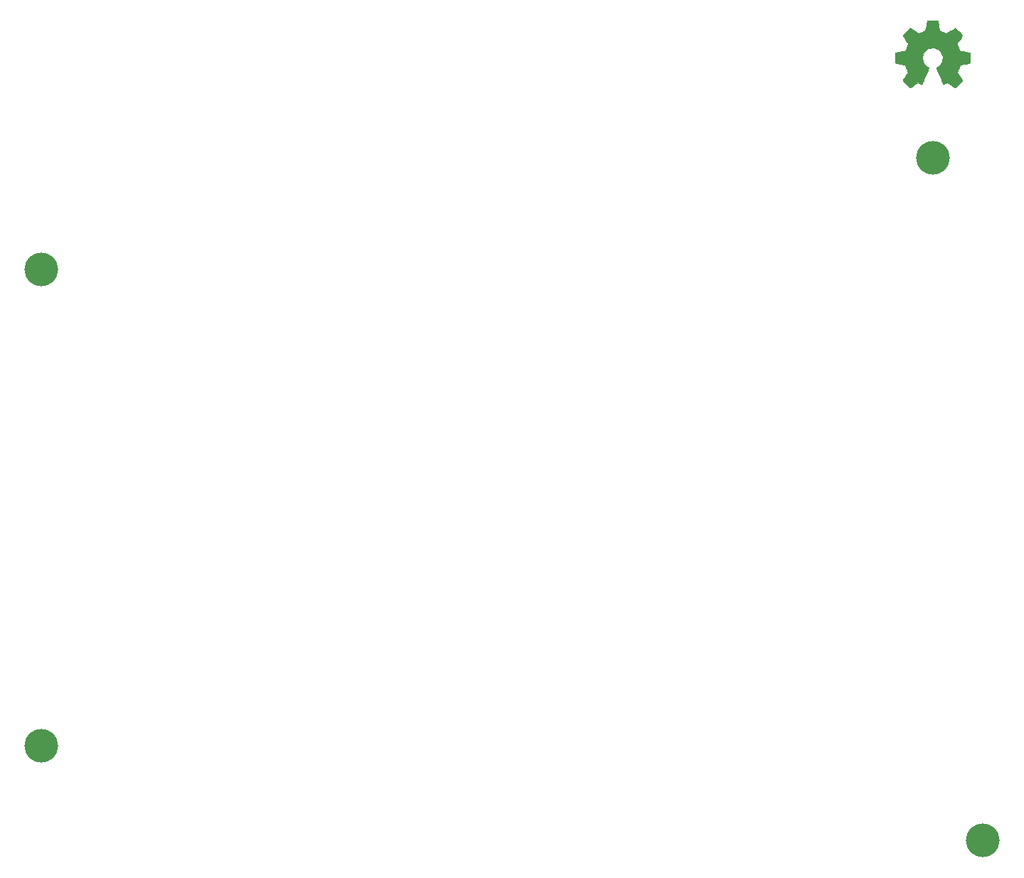
<source format=gbs>
G04 #@! TF.GenerationSoftware,KiCad,Pcbnew,(5.1.5)-3*
G04 #@! TF.CreationDate,2020-05-15T01:34:05+04:00*
G04 #@! TF.ProjectId,redox_rev2_ng-TOP,7265646f-785f-4726-9576-325f6e672d54,2.0 NG*
G04 #@! TF.SameCoordinates,Original*
G04 #@! TF.FileFunction,Soldermask,Bot*
G04 #@! TF.FilePolarity,Negative*
%FSLAX46Y46*%
G04 Gerber Fmt 4.6, Leading zero omitted, Abs format (unit mm)*
G04 Created by KiCad (PCBNEW (5.1.5)-3) date 2020-05-15 01:34:05*
%MOMM*%
%LPD*%
G04 APERTURE LIST*
%ADD10C,0.010000*%
%ADD11C,4.000000*%
G04 APERTURE END LIST*
D10*
G36*
X207553464Y-46000427D02*
G01*
X207440882Y-46597618D01*
X207025469Y-46768865D01*
X206610055Y-46940112D01*
X206111698Y-46601233D01*
X205972131Y-46506877D01*
X205845971Y-46422630D01*
X205739104Y-46352338D01*
X205657417Y-46299847D01*
X205606798Y-46269004D01*
X205593013Y-46262353D01*
X205568179Y-46279458D01*
X205515111Y-46326744D01*
X205439759Y-46398172D01*
X205348070Y-46487700D01*
X205245992Y-46589289D01*
X205139473Y-46696898D01*
X205034463Y-46804487D01*
X204936908Y-46906015D01*
X204852757Y-46995441D01*
X204787959Y-47066726D01*
X204748462Y-47113828D01*
X204739019Y-47129592D01*
X204752608Y-47158653D01*
X204790706Y-47222321D01*
X204849306Y-47314367D01*
X204924402Y-47428564D01*
X205011991Y-47558684D01*
X205062745Y-47632901D01*
X205155254Y-47768422D01*
X205237459Y-47890716D01*
X205305369Y-47993695D01*
X205354999Y-48071273D01*
X205382359Y-48117361D01*
X205386470Y-48127047D01*
X205377150Y-48154574D01*
X205351745Y-48218728D01*
X205314088Y-48310490D01*
X205268013Y-48420839D01*
X205217353Y-48540755D01*
X205165940Y-48661219D01*
X205117610Y-48773209D01*
X205076193Y-48867707D01*
X205045525Y-48935692D01*
X205029438Y-48968143D01*
X205028488Y-48969420D01*
X205003227Y-48975617D01*
X204935954Y-48989440D01*
X204833639Y-49009532D01*
X204703258Y-49034534D01*
X204551783Y-49063086D01*
X204463406Y-49079551D01*
X204301547Y-49110369D01*
X204155350Y-49139694D01*
X204032212Y-49165921D01*
X203939530Y-49187446D01*
X203884698Y-49202665D01*
X203873676Y-49207493D01*
X203862881Y-49240174D01*
X203854170Y-49313985D01*
X203847539Y-49420292D01*
X203842981Y-49550467D01*
X203840490Y-49695876D01*
X203840061Y-49847890D01*
X203841688Y-49997877D01*
X203845364Y-50137206D01*
X203851084Y-50257245D01*
X203858842Y-50349365D01*
X203868631Y-50404932D01*
X203874503Y-50416500D01*
X203909600Y-50430365D01*
X203983971Y-50450188D01*
X204087776Y-50473639D01*
X204211180Y-50498391D01*
X204254258Y-50506398D01*
X204461952Y-50544441D01*
X204626015Y-50575079D01*
X204751869Y-50599529D01*
X204844934Y-50619009D01*
X204910632Y-50634736D01*
X204954382Y-50647928D01*
X204981607Y-50659804D01*
X204997727Y-50671580D01*
X204999982Y-50673908D01*
X205022496Y-50711400D01*
X205056841Y-50784365D01*
X205099588Y-50883867D01*
X205147307Y-51000973D01*
X205196569Y-51126748D01*
X205243944Y-51252257D01*
X205286004Y-51368565D01*
X205319319Y-51466739D01*
X205340458Y-51537843D01*
X205345994Y-51572942D01*
X205345533Y-51574172D01*
X205326776Y-51602861D01*
X205284223Y-51665985D01*
X205222346Y-51756973D01*
X205145617Y-51869255D01*
X205058508Y-51996260D01*
X205033701Y-52032353D01*
X204945247Y-52163203D01*
X204867411Y-52282591D01*
X204804433Y-52383662D01*
X204760554Y-52459559D01*
X204740014Y-52503427D01*
X204739019Y-52508817D01*
X204756277Y-52537144D01*
X204803964Y-52593261D01*
X204875949Y-52671137D01*
X204966102Y-52764740D01*
X205068294Y-52868041D01*
X205176394Y-52975006D01*
X205284271Y-53079606D01*
X205385795Y-53175809D01*
X205474837Y-53257584D01*
X205545266Y-53318900D01*
X205590952Y-53353726D01*
X205603590Y-53359412D01*
X205633008Y-53346020D01*
X205693238Y-53309899D01*
X205774470Y-53257136D01*
X205836969Y-53214667D01*
X205950214Y-53136740D01*
X206084325Y-53044984D01*
X206218844Y-52953375D01*
X206291166Y-52904346D01*
X206535961Y-52738770D01*
X206741449Y-52849875D01*
X206835063Y-52898548D01*
X206914669Y-52936381D01*
X206968532Y-52957958D01*
X206982242Y-52960961D01*
X206998729Y-52938793D01*
X207031254Y-52876149D01*
X207077391Y-52778809D01*
X207134709Y-52652549D01*
X207200783Y-52503150D01*
X207273184Y-52336388D01*
X207349483Y-52158042D01*
X207427253Y-51973891D01*
X207504065Y-51789712D01*
X207577493Y-51611285D01*
X207645107Y-51444387D01*
X207704479Y-51294797D01*
X207753183Y-51168293D01*
X207788789Y-51070654D01*
X207808869Y-51007657D01*
X207812099Y-50986021D01*
X207786503Y-50958424D01*
X207730461Y-50913625D01*
X207655688Y-50860934D01*
X207649412Y-50856765D01*
X207456154Y-50702069D01*
X207300325Y-50521591D01*
X207183275Y-50321102D01*
X207106354Y-50106374D01*
X207070913Y-49883177D01*
X207078302Y-49657281D01*
X207129872Y-49434459D01*
X207226973Y-49220479D01*
X207255541Y-49173664D01*
X207404131Y-48984618D01*
X207579672Y-48832812D01*
X207776089Y-48719034D01*
X207987306Y-48644075D01*
X208207246Y-48608722D01*
X208429836Y-48613767D01*
X208648998Y-48659999D01*
X208858657Y-48748206D01*
X209052738Y-48879179D01*
X209112773Y-48932337D01*
X209265564Y-49098739D01*
X209376902Y-49273912D01*
X209453276Y-49470266D01*
X209495812Y-49664717D01*
X209506313Y-49883342D01*
X209471299Y-50103052D01*
X209394326Y-50316420D01*
X209278952Y-50516022D01*
X209128734Y-50694429D01*
X208947226Y-50844217D01*
X208923372Y-50860006D01*
X208847798Y-50911712D01*
X208790348Y-50956512D01*
X208762882Y-50985117D01*
X208762482Y-50986021D01*
X208768379Y-51016964D01*
X208791754Y-51087191D01*
X208830178Y-51190925D01*
X208881222Y-51322390D01*
X208942457Y-51475807D01*
X209011455Y-51645401D01*
X209085786Y-51825393D01*
X209163021Y-52010008D01*
X209240731Y-52193468D01*
X209316488Y-52369996D01*
X209387862Y-52533814D01*
X209452425Y-52679147D01*
X209507747Y-52800217D01*
X209551399Y-52891247D01*
X209580953Y-52946460D01*
X209592855Y-52960961D01*
X209629222Y-52949669D01*
X209697269Y-52919385D01*
X209785263Y-52875520D01*
X209833649Y-52849875D01*
X210039136Y-52738770D01*
X210283931Y-52904346D01*
X210408893Y-52989170D01*
X210545704Y-53082516D01*
X210673911Y-53170408D01*
X210738128Y-53214667D01*
X210828448Y-53275318D01*
X210904928Y-53323381D01*
X210957592Y-53352770D01*
X210974697Y-53358982D01*
X210999594Y-53342223D01*
X211054694Y-53295436D01*
X211134656Y-53223480D01*
X211234139Y-53131212D01*
X211347799Y-53023490D01*
X211419684Y-52954326D01*
X211545448Y-52830757D01*
X211654136Y-52720234D01*
X211741354Y-52627485D01*
X211802710Y-52557237D01*
X211833808Y-52514220D01*
X211836791Y-52505490D01*
X211822946Y-52472284D01*
X211784687Y-52405142D01*
X211726258Y-52310863D01*
X211651902Y-52196245D01*
X211565864Y-52068083D01*
X211541397Y-52032353D01*
X211452245Y-51902489D01*
X211372261Y-51785569D01*
X211305919Y-51688162D01*
X211257688Y-51616839D01*
X211232042Y-51578170D01*
X211229564Y-51574172D01*
X211233270Y-51543355D01*
X211252938Y-51475599D01*
X211285139Y-51379839D01*
X211326444Y-51265009D01*
X211373424Y-51140044D01*
X211422650Y-51013879D01*
X211470691Y-50895448D01*
X211514118Y-50793685D01*
X211549503Y-50717526D01*
X211573415Y-50675904D01*
X211575115Y-50673908D01*
X211589737Y-50662013D01*
X211614434Y-50650250D01*
X211654627Y-50637401D01*
X211715736Y-50622249D01*
X211803182Y-50603576D01*
X211922387Y-50580165D01*
X212078772Y-50550797D01*
X212277756Y-50514255D01*
X212320839Y-50506398D01*
X212448529Y-50481727D01*
X212559846Y-50457593D01*
X212644954Y-50436324D01*
X212694016Y-50420248D01*
X212700594Y-50416500D01*
X212711435Y-50383273D01*
X212720246Y-50309021D01*
X212727023Y-50202376D01*
X212731759Y-50071967D01*
X212734449Y-49926427D01*
X212735086Y-49774386D01*
X212733665Y-49624476D01*
X212730179Y-49485328D01*
X212724623Y-49365572D01*
X212716991Y-49273841D01*
X212707277Y-49218766D01*
X212701421Y-49207493D01*
X212668819Y-49196123D01*
X212594581Y-49177624D01*
X212486103Y-49153602D01*
X212350782Y-49125662D01*
X212196014Y-49095408D01*
X212111692Y-49079551D01*
X211951703Y-49049644D01*
X211809032Y-49022550D01*
X211690651Y-48999631D01*
X211603534Y-48982243D01*
X211554654Y-48971747D01*
X211546609Y-48969420D01*
X211533012Y-48943186D01*
X211504270Y-48879995D01*
X211464214Y-48788877D01*
X211416675Y-48678857D01*
X211365484Y-48558965D01*
X211314473Y-48438227D01*
X211267473Y-48325671D01*
X211228315Y-48230326D01*
X211200830Y-48161217D01*
X211188850Y-48127374D01*
X211188627Y-48125895D01*
X211202208Y-48099197D01*
X211240284Y-48037760D01*
X211298852Y-47947689D01*
X211373911Y-47835090D01*
X211461459Y-47706070D01*
X211512352Y-47631961D01*
X211605090Y-47496077D01*
X211687458Y-47372709D01*
X211755438Y-47268097D01*
X211805011Y-47188483D01*
X211832157Y-47140107D01*
X211836078Y-47129262D01*
X211819224Y-47104020D01*
X211772631Y-47050124D01*
X211702251Y-46973613D01*
X211614034Y-46880523D01*
X211513934Y-46776895D01*
X211407901Y-46668764D01*
X211301888Y-46562170D01*
X211201847Y-46463150D01*
X211113729Y-46377742D01*
X211043486Y-46311985D01*
X210997071Y-46271916D01*
X210981543Y-46262353D01*
X210956260Y-46275800D01*
X210895788Y-46313575D01*
X210806007Y-46371835D01*
X210692796Y-46446734D01*
X210562036Y-46534425D01*
X210463400Y-46601233D01*
X209965042Y-46940112D01*
X209549629Y-46768865D01*
X209134215Y-46597618D01*
X209021633Y-46000427D01*
X208909050Y-45403235D01*
X207666047Y-45403235D01*
X207553464Y-46000427D01*
G37*
X207553464Y-46000427D02*
X207440882Y-46597618D01*
X207025469Y-46768865D01*
X206610055Y-46940112D01*
X206111698Y-46601233D01*
X205972131Y-46506877D01*
X205845971Y-46422630D01*
X205739104Y-46352338D01*
X205657417Y-46299847D01*
X205606798Y-46269004D01*
X205593013Y-46262353D01*
X205568179Y-46279458D01*
X205515111Y-46326744D01*
X205439759Y-46398172D01*
X205348070Y-46487700D01*
X205245992Y-46589289D01*
X205139473Y-46696898D01*
X205034463Y-46804487D01*
X204936908Y-46906015D01*
X204852757Y-46995441D01*
X204787959Y-47066726D01*
X204748462Y-47113828D01*
X204739019Y-47129592D01*
X204752608Y-47158653D01*
X204790706Y-47222321D01*
X204849306Y-47314367D01*
X204924402Y-47428564D01*
X205011991Y-47558684D01*
X205062745Y-47632901D01*
X205155254Y-47768422D01*
X205237459Y-47890716D01*
X205305369Y-47993695D01*
X205354999Y-48071273D01*
X205382359Y-48117361D01*
X205386470Y-48127047D01*
X205377150Y-48154574D01*
X205351745Y-48218728D01*
X205314088Y-48310490D01*
X205268013Y-48420839D01*
X205217353Y-48540755D01*
X205165940Y-48661219D01*
X205117610Y-48773209D01*
X205076193Y-48867707D01*
X205045525Y-48935692D01*
X205029438Y-48968143D01*
X205028488Y-48969420D01*
X205003227Y-48975617D01*
X204935954Y-48989440D01*
X204833639Y-49009532D01*
X204703258Y-49034534D01*
X204551783Y-49063086D01*
X204463406Y-49079551D01*
X204301547Y-49110369D01*
X204155350Y-49139694D01*
X204032212Y-49165921D01*
X203939530Y-49187446D01*
X203884698Y-49202665D01*
X203873676Y-49207493D01*
X203862881Y-49240174D01*
X203854170Y-49313985D01*
X203847539Y-49420292D01*
X203842981Y-49550467D01*
X203840490Y-49695876D01*
X203840061Y-49847890D01*
X203841688Y-49997877D01*
X203845364Y-50137206D01*
X203851084Y-50257245D01*
X203858842Y-50349365D01*
X203868631Y-50404932D01*
X203874503Y-50416500D01*
X203909600Y-50430365D01*
X203983971Y-50450188D01*
X204087776Y-50473639D01*
X204211180Y-50498391D01*
X204254258Y-50506398D01*
X204461952Y-50544441D01*
X204626015Y-50575079D01*
X204751869Y-50599529D01*
X204844934Y-50619009D01*
X204910632Y-50634736D01*
X204954382Y-50647928D01*
X204981607Y-50659804D01*
X204997727Y-50671580D01*
X204999982Y-50673908D01*
X205022496Y-50711400D01*
X205056841Y-50784365D01*
X205099588Y-50883867D01*
X205147307Y-51000973D01*
X205196569Y-51126748D01*
X205243944Y-51252257D01*
X205286004Y-51368565D01*
X205319319Y-51466739D01*
X205340458Y-51537843D01*
X205345994Y-51572942D01*
X205345533Y-51574172D01*
X205326776Y-51602861D01*
X205284223Y-51665985D01*
X205222346Y-51756973D01*
X205145617Y-51869255D01*
X205058508Y-51996260D01*
X205033701Y-52032353D01*
X204945247Y-52163203D01*
X204867411Y-52282591D01*
X204804433Y-52383662D01*
X204760554Y-52459559D01*
X204740014Y-52503427D01*
X204739019Y-52508817D01*
X204756277Y-52537144D01*
X204803964Y-52593261D01*
X204875949Y-52671137D01*
X204966102Y-52764740D01*
X205068294Y-52868041D01*
X205176394Y-52975006D01*
X205284271Y-53079606D01*
X205385795Y-53175809D01*
X205474837Y-53257584D01*
X205545266Y-53318900D01*
X205590952Y-53353726D01*
X205603590Y-53359412D01*
X205633008Y-53346020D01*
X205693238Y-53309899D01*
X205774470Y-53257136D01*
X205836969Y-53214667D01*
X205950214Y-53136740D01*
X206084325Y-53044984D01*
X206218844Y-52953375D01*
X206291166Y-52904346D01*
X206535961Y-52738770D01*
X206741449Y-52849875D01*
X206835063Y-52898548D01*
X206914669Y-52936381D01*
X206968532Y-52957958D01*
X206982242Y-52960961D01*
X206998729Y-52938793D01*
X207031254Y-52876149D01*
X207077391Y-52778809D01*
X207134709Y-52652549D01*
X207200783Y-52503150D01*
X207273184Y-52336388D01*
X207349483Y-52158042D01*
X207427253Y-51973891D01*
X207504065Y-51789712D01*
X207577493Y-51611285D01*
X207645107Y-51444387D01*
X207704479Y-51294797D01*
X207753183Y-51168293D01*
X207788789Y-51070654D01*
X207808869Y-51007657D01*
X207812099Y-50986021D01*
X207786503Y-50958424D01*
X207730461Y-50913625D01*
X207655688Y-50860934D01*
X207649412Y-50856765D01*
X207456154Y-50702069D01*
X207300325Y-50521591D01*
X207183275Y-50321102D01*
X207106354Y-50106374D01*
X207070913Y-49883177D01*
X207078302Y-49657281D01*
X207129872Y-49434459D01*
X207226973Y-49220479D01*
X207255541Y-49173664D01*
X207404131Y-48984618D01*
X207579672Y-48832812D01*
X207776089Y-48719034D01*
X207987306Y-48644075D01*
X208207246Y-48608722D01*
X208429836Y-48613767D01*
X208648998Y-48659999D01*
X208858657Y-48748206D01*
X209052738Y-48879179D01*
X209112773Y-48932337D01*
X209265564Y-49098739D01*
X209376902Y-49273912D01*
X209453276Y-49470266D01*
X209495812Y-49664717D01*
X209506313Y-49883342D01*
X209471299Y-50103052D01*
X209394326Y-50316420D01*
X209278952Y-50516022D01*
X209128734Y-50694429D01*
X208947226Y-50844217D01*
X208923372Y-50860006D01*
X208847798Y-50911712D01*
X208790348Y-50956512D01*
X208762882Y-50985117D01*
X208762482Y-50986021D01*
X208768379Y-51016964D01*
X208791754Y-51087191D01*
X208830178Y-51190925D01*
X208881222Y-51322390D01*
X208942457Y-51475807D01*
X209011455Y-51645401D01*
X209085786Y-51825393D01*
X209163021Y-52010008D01*
X209240731Y-52193468D01*
X209316488Y-52369996D01*
X209387862Y-52533814D01*
X209452425Y-52679147D01*
X209507747Y-52800217D01*
X209551399Y-52891247D01*
X209580953Y-52946460D01*
X209592855Y-52960961D01*
X209629222Y-52949669D01*
X209697269Y-52919385D01*
X209785263Y-52875520D01*
X209833649Y-52849875D01*
X210039136Y-52738770D01*
X210283931Y-52904346D01*
X210408893Y-52989170D01*
X210545704Y-53082516D01*
X210673911Y-53170408D01*
X210738128Y-53214667D01*
X210828448Y-53275318D01*
X210904928Y-53323381D01*
X210957592Y-53352770D01*
X210974697Y-53358982D01*
X210999594Y-53342223D01*
X211054694Y-53295436D01*
X211134656Y-53223480D01*
X211234139Y-53131212D01*
X211347799Y-53023490D01*
X211419684Y-52954326D01*
X211545448Y-52830757D01*
X211654136Y-52720234D01*
X211741354Y-52627485D01*
X211802710Y-52557237D01*
X211833808Y-52514220D01*
X211836791Y-52505490D01*
X211822946Y-52472284D01*
X211784687Y-52405142D01*
X211726258Y-52310863D01*
X211651902Y-52196245D01*
X211565864Y-52068083D01*
X211541397Y-52032353D01*
X211452245Y-51902489D01*
X211372261Y-51785569D01*
X211305919Y-51688162D01*
X211257688Y-51616839D01*
X211232042Y-51578170D01*
X211229564Y-51574172D01*
X211233270Y-51543355D01*
X211252938Y-51475599D01*
X211285139Y-51379839D01*
X211326444Y-51265009D01*
X211373424Y-51140044D01*
X211422650Y-51013879D01*
X211470691Y-50895448D01*
X211514118Y-50793685D01*
X211549503Y-50717526D01*
X211573415Y-50675904D01*
X211575115Y-50673908D01*
X211589737Y-50662013D01*
X211614434Y-50650250D01*
X211654627Y-50637401D01*
X211715736Y-50622249D01*
X211803182Y-50603576D01*
X211922387Y-50580165D01*
X212078772Y-50550797D01*
X212277756Y-50514255D01*
X212320839Y-50506398D01*
X212448529Y-50481727D01*
X212559846Y-50457593D01*
X212644954Y-50436324D01*
X212694016Y-50420248D01*
X212700594Y-50416500D01*
X212711435Y-50383273D01*
X212720246Y-50309021D01*
X212727023Y-50202376D01*
X212731759Y-50071967D01*
X212734449Y-49926427D01*
X212735086Y-49774386D01*
X212733665Y-49624476D01*
X212730179Y-49485328D01*
X212724623Y-49365572D01*
X212716991Y-49273841D01*
X212707277Y-49218766D01*
X212701421Y-49207493D01*
X212668819Y-49196123D01*
X212594581Y-49177624D01*
X212486103Y-49153602D01*
X212350782Y-49125662D01*
X212196014Y-49095408D01*
X212111692Y-49079551D01*
X211951703Y-49049644D01*
X211809032Y-49022550D01*
X211690651Y-48999631D01*
X211603534Y-48982243D01*
X211554654Y-48971747D01*
X211546609Y-48969420D01*
X211533012Y-48943186D01*
X211504270Y-48879995D01*
X211464214Y-48788877D01*
X211416675Y-48678857D01*
X211365484Y-48558965D01*
X211314473Y-48438227D01*
X211267473Y-48325671D01*
X211228315Y-48230326D01*
X211200830Y-48161217D01*
X211188850Y-48127374D01*
X211188627Y-48125895D01*
X211202208Y-48099197D01*
X211240284Y-48037760D01*
X211298852Y-47947689D01*
X211373911Y-47835090D01*
X211461459Y-47706070D01*
X211512352Y-47631961D01*
X211605090Y-47496077D01*
X211687458Y-47372709D01*
X211755438Y-47268097D01*
X211805011Y-47188483D01*
X211832157Y-47140107D01*
X211836078Y-47129262D01*
X211819224Y-47104020D01*
X211772631Y-47050124D01*
X211702251Y-46973613D01*
X211614034Y-46880523D01*
X211513934Y-46776895D01*
X211407901Y-46668764D01*
X211301888Y-46562170D01*
X211201847Y-46463150D01*
X211113729Y-46377742D01*
X211043486Y-46311985D01*
X210997071Y-46271916D01*
X210981543Y-46262353D01*
X210956260Y-46275800D01*
X210895788Y-46313575D01*
X210806007Y-46371835D01*
X210692796Y-46446734D01*
X210562036Y-46534425D01*
X210463400Y-46601233D01*
X209965042Y-46940112D01*
X209549629Y-46768865D01*
X209134215Y-46597618D01*
X209021633Y-46000427D01*
X208909050Y-45403235D01*
X207666047Y-45403235D01*
X207553464Y-46000427D01*
D11*
X208300000Y-61700000D03*
X102235000Y-75000000D03*
X102235000Y-131725000D03*
X214250000Y-143000000D03*
M02*

</source>
